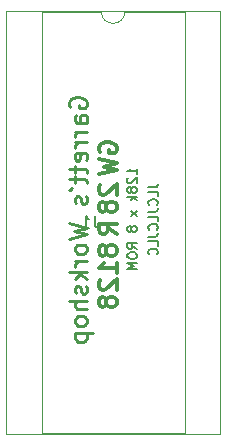
<source format=gbo>
G04 #@! TF.GenerationSoftware,KiCad,Pcbnew,(5.1.5-0-10_14)*
G04 #@! TF.CreationDate,2020-12-14T09:21:21-05:00*
G04 #@! TF.ProjectId,GW28R8128,47573238-5238-4313-9238-2e6b69636164,rev?*
G04 #@! TF.SameCoordinates,Original*
G04 #@! TF.FileFunction,Legend,Bot*
G04 #@! TF.FilePolarity,Positive*
%FSLAX46Y46*%
G04 Gerber Fmt 4.6, Leading zero omitted, Abs format (unit mm)*
G04 Created by KiCad (PCBNEW (5.1.5-0-10_14)) date 2020-12-14 09:21:21*
%MOMM*%
%LPD*%
G04 APERTURE LIST*
%ADD10C,0.203200*%
%ADD11C,0.300000*%
%ADD12C,0.225000*%
%ADD13C,0.120000*%
%ADD14C,0.150000*%
%ADD15C,0.100000*%
G04 APERTURE END LIST*
D10*
X51243895Y-33866666D02*
X51824466Y-33866666D01*
X51940580Y-33827961D01*
X52017990Y-33750552D01*
X52056695Y-33634438D01*
X52056695Y-33557028D01*
X52056695Y-34640761D02*
X52056695Y-34253714D01*
X51243895Y-34253714D01*
X51979285Y-35376152D02*
X52017990Y-35337447D01*
X52056695Y-35221333D01*
X52056695Y-35143923D01*
X52017990Y-35027809D01*
X51940580Y-34950400D01*
X51863171Y-34911695D01*
X51708352Y-34872990D01*
X51592238Y-34872990D01*
X51437419Y-34911695D01*
X51360009Y-34950400D01*
X51282600Y-35027809D01*
X51243895Y-35143923D01*
X51243895Y-35221333D01*
X51282600Y-35337447D01*
X51321304Y-35376152D01*
X51243895Y-35956723D02*
X51824466Y-35956723D01*
X51940580Y-35918019D01*
X52017990Y-35840609D01*
X52056695Y-35724495D01*
X52056695Y-35647085D01*
X52056695Y-36730819D02*
X52056695Y-36343771D01*
X51243895Y-36343771D01*
X51979285Y-37466209D02*
X52017990Y-37427504D01*
X52056695Y-37311390D01*
X52056695Y-37233980D01*
X52017990Y-37117866D01*
X51940580Y-37040457D01*
X51863171Y-37001752D01*
X51708352Y-36963047D01*
X51592238Y-36963047D01*
X51437419Y-37001752D01*
X51360009Y-37040457D01*
X51282600Y-37117866D01*
X51243895Y-37233980D01*
X51243895Y-37311390D01*
X51282600Y-37427504D01*
X51321304Y-37466209D01*
X51243895Y-38046780D02*
X51824466Y-38046780D01*
X51940580Y-38008076D01*
X52017990Y-37930666D01*
X52056695Y-37814552D01*
X52056695Y-37737142D01*
X52056695Y-38820876D02*
X52056695Y-38433828D01*
X51243895Y-38433828D01*
X51979285Y-39556266D02*
X52017990Y-39517561D01*
X52056695Y-39401447D01*
X52056695Y-39324038D01*
X52017990Y-39207923D01*
X51940580Y-39130514D01*
X51863171Y-39091809D01*
X51708352Y-39053104D01*
X51592238Y-39053104D01*
X51437419Y-39091809D01*
X51360009Y-39130514D01*
X51282600Y-39207923D01*
X51243895Y-39324038D01*
X51243895Y-39401447D01*
X51282600Y-39517561D01*
X51321304Y-39556266D01*
X50278695Y-32763580D02*
X50278695Y-32299123D01*
X50278695Y-32531352D02*
X49465895Y-32531352D01*
X49582009Y-32453942D01*
X49659419Y-32376533D01*
X49698123Y-32299123D01*
X49543304Y-33073219D02*
X49504600Y-33111923D01*
X49465895Y-33189333D01*
X49465895Y-33382857D01*
X49504600Y-33460266D01*
X49543304Y-33498971D01*
X49620714Y-33537676D01*
X49698123Y-33537676D01*
X49814238Y-33498971D01*
X50278695Y-33034514D01*
X50278695Y-33537676D01*
X49814238Y-34002133D02*
X49775533Y-33924723D01*
X49736828Y-33886019D01*
X49659419Y-33847314D01*
X49620714Y-33847314D01*
X49543304Y-33886019D01*
X49504600Y-33924723D01*
X49465895Y-34002133D01*
X49465895Y-34156952D01*
X49504600Y-34234361D01*
X49543304Y-34273066D01*
X49620714Y-34311771D01*
X49659419Y-34311771D01*
X49736828Y-34273066D01*
X49775533Y-34234361D01*
X49814238Y-34156952D01*
X49814238Y-34002133D01*
X49852942Y-33924723D01*
X49891647Y-33886019D01*
X49969057Y-33847314D01*
X50123876Y-33847314D01*
X50201285Y-33886019D01*
X50239990Y-33924723D01*
X50278695Y-34002133D01*
X50278695Y-34156952D01*
X50239990Y-34234361D01*
X50201285Y-34273066D01*
X50123876Y-34311771D01*
X49969057Y-34311771D01*
X49891647Y-34273066D01*
X49852942Y-34234361D01*
X49814238Y-34156952D01*
X50278695Y-34660114D02*
X49465895Y-34660114D01*
X49969057Y-34737523D02*
X50278695Y-34969752D01*
X49736828Y-34969752D02*
X50046466Y-34660114D01*
X50278695Y-35859961D02*
X49736828Y-36285714D01*
X49736828Y-35859961D02*
X50278695Y-36285714D01*
X49814238Y-37330742D02*
X49775533Y-37253333D01*
X49736828Y-37214628D01*
X49659419Y-37175923D01*
X49620714Y-37175923D01*
X49543304Y-37214628D01*
X49504600Y-37253333D01*
X49465895Y-37330742D01*
X49465895Y-37485561D01*
X49504600Y-37562971D01*
X49543304Y-37601676D01*
X49620714Y-37640380D01*
X49659419Y-37640380D01*
X49736828Y-37601676D01*
X49775533Y-37562971D01*
X49814238Y-37485561D01*
X49814238Y-37330742D01*
X49852942Y-37253333D01*
X49891647Y-37214628D01*
X49969057Y-37175923D01*
X50123876Y-37175923D01*
X50201285Y-37214628D01*
X50239990Y-37253333D01*
X50278695Y-37330742D01*
X50278695Y-37485561D01*
X50239990Y-37562971D01*
X50201285Y-37601676D01*
X50123876Y-37640380D01*
X49969057Y-37640380D01*
X49891647Y-37601676D01*
X49852942Y-37562971D01*
X49814238Y-37485561D01*
X50278695Y-39072457D02*
X49891647Y-38801523D01*
X50278695Y-38608000D02*
X49465895Y-38608000D01*
X49465895Y-38917638D01*
X49504600Y-38995047D01*
X49543304Y-39033752D01*
X49620714Y-39072457D01*
X49736828Y-39072457D01*
X49814238Y-39033752D01*
X49852942Y-38995047D01*
X49891647Y-38917638D01*
X49891647Y-38608000D01*
X49465895Y-39575619D02*
X49465895Y-39730438D01*
X49504600Y-39807847D01*
X49582009Y-39885257D01*
X49736828Y-39923961D01*
X50007761Y-39923961D01*
X50162580Y-39885257D01*
X50239990Y-39807847D01*
X50278695Y-39730438D01*
X50278695Y-39575619D01*
X50239990Y-39498209D01*
X50162580Y-39420800D01*
X50007761Y-39382095D01*
X49736828Y-39382095D01*
X49582009Y-39420800D01*
X49504600Y-39498209D01*
X49465895Y-39575619D01*
X50278695Y-40272304D02*
X49465895Y-40272304D01*
X50046466Y-40543238D01*
X49465895Y-40814171D01*
X50278695Y-40814171D01*
D11*
X47697571Y-39079714D02*
X47625000Y-38934571D01*
X47552428Y-38862000D01*
X47407285Y-38789428D01*
X47334714Y-38789428D01*
X47189571Y-38862000D01*
X47117000Y-38934571D01*
X47044428Y-39079714D01*
X47044428Y-39370000D01*
X47117000Y-39515142D01*
X47189571Y-39587714D01*
X47334714Y-39660285D01*
X47407285Y-39660285D01*
X47552428Y-39587714D01*
X47625000Y-39515142D01*
X47697571Y-39370000D01*
X47697571Y-39079714D01*
X47770142Y-38934571D01*
X47842714Y-38862000D01*
X47987857Y-38789428D01*
X48278142Y-38789428D01*
X48423285Y-38862000D01*
X48495857Y-38934571D01*
X48568428Y-39079714D01*
X48568428Y-39370000D01*
X48495857Y-39515142D01*
X48423285Y-39587714D01*
X48278142Y-39660285D01*
X47987857Y-39660285D01*
X47842714Y-39587714D01*
X47770142Y-39515142D01*
X47697571Y-39370000D01*
X48568428Y-41111714D02*
X48568428Y-40240857D01*
X48568428Y-40676285D02*
X47044428Y-40676285D01*
X47262142Y-40531142D01*
X47407285Y-40386000D01*
X47479857Y-40240857D01*
X47189571Y-41692285D02*
X47117000Y-41764857D01*
X47044428Y-41910000D01*
X47044428Y-42272857D01*
X47117000Y-42418000D01*
X47189571Y-42490571D01*
X47334714Y-42563142D01*
X47479857Y-42563142D01*
X47697571Y-42490571D01*
X48568428Y-41619714D01*
X48568428Y-42563142D01*
X47697571Y-43434000D02*
X47625000Y-43288857D01*
X47552428Y-43216285D01*
X47407285Y-43143714D01*
X47334714Y-43143714D01*
X47189571Y-43216285D01*
X47117000Y-43288857D01*
X47044428Y-43434000D01*
X47044428Y-43724285D01*
X47117000Y-43869428D01*
X47189571Y-43942000D01*
X47334714Y-44014571D01*
X47407285Y-44014571D01*
X47552428Y-43942000D01*
X47625000Y-43869428D01*
X47697571Y-43724285D01*
X47697571Y-43434000D01*
X47770142Y-43288857D01*
X47842714Y-43216285D01*
X47987857Y-43143714D01*
X48278142Y-43143714D01*
X48423285Y-43216285D01*
X48495857Y-43288857D01*
X48568428Y-43434000D01*
X48568428Y-43724285D01*
X48495857Y-43869428D01*
X48423285Y-43942000D01*
X48278142Y-44014571D01*
X47987857Y-44014571D01*
X47842714Y-43942000D01*
X47770142Y-43869428D01*
X47697571Y-43724285D01*
X48568428Y-37809714D02*
X47842714Y-37301714D01*
X48568428Y-36938857D02*
X47044428Y-36938857D01*
X47044428Y-37519428D01*
X47117000Y-37664571D01*
X47189571Y-37737142D01*
X47334714Y-37809714D01*
X47552428Y-37809714D01*
X47697571Y-37737142D01*
X47770142Y-37664571D01*
X47842714Y-37519428D01*
X47842714Y-36938857D01*
X47189571Y-33636857D02*
X47117000Y-33709428D01*
X47044428Y-33854571D01*
X47044428Y-34217428D01*
X47117000Y-34362571D01*
X47189571Y-34435142D01*
X47334714Y-34507714D01*
X47479857Y-34507714D01*
X47697571Y-34435142D01*
X48568428Y-33564285D01*
X48568428Y-34507714D01*
X47697571Y-35378571D02*
X47625000Y-35233428D01*
X47552428Y-35160857D01*
X47407285Y-35088285D01*
X47334714Y-35088285D01*
X47189571Y-35160857D01*
X47117000Y-35233428D01*
X47044428Y-35378571D01*
X47044428Y-35668857D01*
X47117000Y-35814000D01*
X47189571Y-35886571D01*
X47334714Y-35959142D01*
X47407285Y-35959142D01*
X47552428Y-35886571D01*
X47625000Y-35814000D01*
X47697571Y-35668857D01*
X47697571Y-35378571D01*
X47770142Y-35233428D01*
X47842714Y-35160857D01*
X47987857Y-35088285D01*
X48278142Y-35088285D01*
X48423285Y-35160857D01*
X48495857Y-35233428D01*
X48568428Y-35378571D01*
X48568428Y-35668857D01*
X48495857Y-35814000D01*
X48423285Y-35886571D01*
X48278142Y-35959142D01*
X47987857Y-35959142D01*
X47842714Y-35886571D01*
X47770142Y-35814000D01*
X47697571Y-35668857D01*
X47117000Y-30897285D02*
X47044428Y-30752142D01*
X47044428Y-30534428D01*
X47117000Y-30316714D01*
X47262142Y-30171571D01*
X47407285Y-30099000D01*
X47697571Y-30026428D01*
X47915285Y-30026428D01*
X48205571Y-30099000D01*
X48350714Y-30171571D01*
X48495857Y-30316714D01*
X48568428Y-30534428D01*
X48568428Y-30679571D01*
X48495857Y-30897285D01*
X48423285Y-30969857D01*
X47915285Y-30969857D01*
X47915285Y-30679571D01*
X47044428Y-31477857D02*
X48568428Y-31840714D01*
X47479857Y-32131000D01*
X48568428Y-32421285D01*
X47044428Y-32784142D01*
D12*
X44589000Y-27076000D02*
X44517571Y-26933142D01*
X44517571Y-26718857D01*
X44589000Y-26504571D01*
X44731857Y-26361714D01*
X44874714Y-26290285D01*
X45160428Y-26218857D01*
X45374714Y-26218857D01*
X45660428Y-26290285D01*
X45803285Y-26361714D01*
X45946142Y-26504571D01*
X46017571Y-26718857D01*
X46017571Y-26861714D01*
X45946142Y-27076000D01*
X45874714Y-27147428D01*
X45374714Y-27147428D01*
X45374714Y-26861714D01*
X46017571Y-28433142D02*
X45231857Y-28433142D01*
X45089000Y-28361714D01*
X45017571Y-28218857D01*
X45017571Y-27933142D01*
X45089000Y-27790285D01*
X45946142Y-28433142D02*
X46017571Y-28290285D01*
X46017571Y-27933142D01*
X45946142Y-27790285D01*
X45803285Y-27718857D01*
X45660428Y-27718857D01*
X45517571Y-27790285D01*
X45446142Y-27933142D01*
X45446142Y-28290285D01*
X45374714Y-28433142D01*
X46017571Y-29147428D02*
X45017571Y-29147428D01*
X45303285Y-29147428D02*
X45160428Y-29218857D01*
X45089000Y-29290285D01*
X45017571Y-29433142D01*
X45017571Y-29576000D01*
X46017571Y-30076000D02*
X45017571Y-30076000D01*
X45303285Y-30076000D02*
X45160428Y-30147428D01*
X45089000Y-30218857D01*
X45017571Y-30361714D01*
X45017571Y-30504571D01*
X45946142Y-31576000D02*
X46017571Y-31433142D01*
X46017571Y-31147428D01*
X45946142Y-31004571D01*
X45803285Y-30933142D01*
X45231857Y-30933142D01*
X45089000Y-31004571D01*
X45017571Y-31147428D01*
X45017571Y-31433142D01*
X45089000Y-31576000D01*
X45231857Y-31647428D01*
X45374714Y-31647428D01*
X45517571Y-30933142D01*
X45017571Y-32076000D02*
X45017571Y-32647428D01*
X44517571Y-32290285D02*
X45803285Y-32290285D01*
X45946142Y-32361714D01*
X46017571Y-32504571D01*
X46017571Y-32647428D01*
X45017571Y-32933142D02*
X45017571Y-33504571D01*
X44517571Y-33147428D02*
X45803285Y-33147428D01*
X45946142Y-33218857D01*
X46017571Y-33361714D01*
X46017571Y-33504571D01*
X44517571Y-34076000D02*
X44589000Y-34076000D01*
X44731857Y-34004571D01*
X44803285Y-33933142D01*
X45946142Y-34647428D02*
X46017571Y-34790285D01*
X46017571Y-35076000D01*
X45946142Y-35218857D01*
X45803285Y-35290285D01*
X45731857Y-35290285D01*
X45589000Y-35218857D01*
X45517571Y-35076000D01*
X45517571Y-34861714D01*
X45446142Y-34718857D01*
X45303285Y-34647428D01*
X45231857Y-34647428D01*
X45089000Y-34718857D01*
X45017571Y-34861714D01*
X45017571Y-35076000D01*
X45089000Y-35218857D01*
X44517571Y-36933142D02*
X46017571Y-37290285D01*
X44946142Y-37576000D01*
X46017571Y-37861714D01*
X44517571Y-38218857D01*
X46017571Y-39004571D02*
X45946142Y-38861714D01*
X45874714Y-38790285D01*
X45731857Y-38718857D01*
X45303285Y-38718857D01*
X45160428Y-38790285D01*
X45089000Y-38861714D01*
X45017571Y-39004571D01*
X45017571Y-39218857D01*
X45089000Y-39361714D01*
X45160428Y-39433142D01*
X45303285Y-39504571D01*
X45731857Y-39504571D01*
X45874714Y-39433142D01*
X45946142Y-39361714D01*
X46017571Y-39218857D01*
X46017571Y-39004571D01*
X46017571Y-40147428D02*
X45017571Y-40147428D01*
X45303285Y-40147428D02*
X45160428Y-40218857D01*
X45089000Y-40290285D01*
X45017571Y-40433142D01*
X45017571Y-40576000D01*
X46017571Y-41076000D02*
X44517571Y-41076000D01*
X45446142Y-41218857D02*
X46017571Y-41647428D01*
X45017571Y-41647428D02*
X45589000Y-41076000D01*
X45946142Y-42218857D02*
X46017571Y-42361714D01*
X46017571Y-42647428D01*
X45946142Y-42790285D01*
X45803285Y-42861714D01*
X45731857Y-42861714D01*
X45589000Y-42790285D01*
X45517571Y-42647428D01*
X45517571Y-42433142D01*
X45446142Y-42290285D01*
X45303285Y-42218857D01*
X45231857Y-42218857D01*
X45089000Y-42290285D01*
X45017571Y-42433142D01*
X45017571Y-42647428D01*
X45089000Y-42790285D01*
X46017571Y-43504571D02*
X44517571Y-43504571D01*
X46017571Y-44147428D02*
X45231857Y-44147428D01*
X45089000Y-44076000D01*
X45017571Y-43933142D01*
X45017571Y-43718857D01*
X45089000Y-43576000D01*
X45160428Y-43504571D01*
X46017571Y-45076000D02*
X45946142Y-44933142D01*
X45874714Y-44861714D01*
X45731857Y-44790285D01*
X45303285Y-44790285D01*
X45160428Y-44861714D01*
X45089000Y-44933142D01*
X45017571Y-45076000D01*
X45017571Y-45290285D01*
X45089000Y-45433142D01*
X45160428Y-45504571D01*
X45303285Y-45576000D01*
X45731857Y-45576000D01*
X45874714Y-45504571D01*
X45946142Y-45433142D01*
X46017571Y-45290285D01*
X46017571Y-45076000D01*
X45017571Y-46218857D02*
X46517571Y-46218857D01*
X45089000Y-46218857D02*
X45017571Y-46361714D01*
X45017571Y-46647428D01*
X45089000Y-46790285D01*
X45160428Y-46861714D01*
X45303285Y-46933142D01*
X45731857Y-46933142D01*
X45874714Y-46861714D01*
X45946142Y-46790285D01*
X46017571Y-46647428D01*
X46017571Y-46361714D01*
X45946142Y-46218857D01*
D13*
X49260000Y-18990000D02*
G75*
G02X47260000Y-18990000I-1000000J0D01*
G01*
X47260000Y-18990000D02*
X42200000Y-18990000D01*
X42200000Y-18990000D02*
X42200000Y-54670000D01*
X42200000Y-54670000D02*
X54320000Y-54670000D01*
X54320000Y-54670000D02*
X54320000Y-18990000D01*
X54320000Y-18990000D02*
X49260000Y-18990000D01*
X39200000Y-18930000D02*
X39200000Y-54730000D01*
X39200000Y-54730000D02*
X57320000Y-54730000D01*
X57320000Y-54730000D02*
X57320000Y-18930000D01*
X57320000Y-18930000D02*
X39200000Y-18930000D01*
D14*
X46688333Y-36282380D02*
X46688333Y-36996666D01*
X46735952Y-37139523D01*
X46831190Y-37234761D01*
X46974047Y-37282380D01*
X47069285Y-37282380D01*
X45688333Y-37282380D02*
X46259761Y-37282380D01*
X45974047Y-37282380D02*
X45974047Y-36282380D01*
X46069285Y-36425238D01*
X46164523Y-36520476D01*
X46259761Y-36568095D01*
%LPC*%
D15*
G36*
X41118270Y-19107259D02*
G01*
X41188001Y-19117603D01*
X41256383Y-19134731D01*
X41322757Y-19158480D01*
X41386483Y-19188621D01*
X41446948Y-19224862D01*
X41503570Y-19266856D01*
X41555803Y-19314197D01*
X41603144Y-19366430D01*
X41645138Y-19423052D01*
X41681379Y-19483517D01*
X41711520Y-19547243D01*
X41735269Y-19613617D01*
X41752397Y-19681999D01*
X41762741Y-19751730D01*
X41766200Y-19822140D01*
X41766200Y-20817860D01*
X41762741Y-20888270D01*
X41752397Y-20958001D01*
X41735269Y-21026383D01*
X41711520Y-21092757D01*
X41681379Y-21156483D01*
X41645138Y-21216948D01*
X41603144Y-21273570D01*
X41555803Y-21325803D01*
X41503570Y-21373144D01*
X41446948Y-21415138D01*
X41386483Y-21451379D01*
X41322757Y-21481520D01*
X41256383Y-21505269D01*
X41188001Y-21522397D01*
X41118270Y-21532741D01*
X41047860Y-21536200D01*
X40432140Y-21536200D01*
X40361730Y-21532741D01*
X40291999Y-21522397D01*
X40223617Y-21505269D01*
X40157243Y-21481520D01*
X40093517Y-21451379D01*
X40033052Y-21415138D01*
X39976430Y-21373144D01*
X39924197Y-21325803D01*
X39876856Y-21273570D01*
X39834862Y-21216948D01*
X39798621Y-21156483D01*
X39768480Y-21092757D01*
X39744731Y-21026383D01*
X39727603Y-20958001D01*
X39717259Y-20888270D01*
X39713800Y-20817860D01*
X39713800Y-19822140D01*
X39717259Y-19751730D01*
X39727603Y-19681999D01*
X39744731Y-19613617D01*
X39768480Y-19547243D01*
X39798621Y-19483517D01*
X39834862Y-19423052D01*
X39876856Y-19366430D01*
X39924197Y-19314197D01*
X39976430Y-19266856D01*
X40033052Y-19224862D01*
X40093517Y-19188621D01*
X40157243Y-19158480D01*
X40223617Y-19134731D01*
X40291999Y-19117603D01*
X40361730Y-19107259D01*
X40432140Y-19103800D01*
X41047860Y-19103800D01*
X41118270Y-19107259D01*
G37*
G36*
X56158270Y-52127259D02*
G01*
X56228001Y-52137603D01*
X56296383Y-52154731D01*
X56362757Y-52178480D01*
X56426483Y-52208621D01*
X56486948Y-52244862D01*
X56543570Y-52286856D01*
X56595803Y-52334197D01*
X56643144Y-52386430D01*
X56685138Y-52443052D01*
X56721379Y-52503517D01*
X56751520Y-52567243D01*
X56775269Y-52633617D01*
X56792397Y-52701999D01*
X56802741Y-52771730D01*
X56806200Y-52842140D01*
X56806200Y-53837860D01*
X56802741Y-53908270D01*
X56792397Y-53978001D01*
X56775269Y-54046383D01*
X56751520Y-54112757D01*
X56721379Y-54176483D01*
X56685138Y-54236948D01*
X56643144Y-54293570D01*
X56595803Y-54345803D01*
X56543570Y-54393144D01*
X56486948Y-54435138D01*
X56426483Y-54471379D01*
X56362757Y-54501520D01*
X56296383Y-54525269D01*
X56228001Y-54542397D01*
X56158270Y-54552741D01*
X56087860Y-54556200D01*
X55472140Y-54556200D01*
X55401730Y-54552741D01*
X55331999Y-54542397D01*
X55263617Y-54525269D01*
X55197243Y-54501520D01*
X55133517Y-54471379D01*
X55073052Y-54435138D01*
X55016430Y-54393144D01*
X54964197Y-54345803D01*
X54916856Y-54293570D01*
X54874862Y-54236948D01*
X54838621Y-54176483D01*
X54808480Y-54112757D01*
X54784731Y-54046383D01*
X54767603Y-53978001D01*
X54757259Y-53908270D01*
X54753800Y-53837860D01*
X54753800Y-52842140D01*
X54757259Y-52771730D01*
X54767603Y-52701999D01*
X54784731Y-52633617D01*
X54808480Y-52567243D01*
X54838621Y-52503517D01*
X54874862Y-52443052D01*
X54916856Y-52386430D01*
X54964197Y-52334197D01*
X55016430Y-52286856D01*
X55073052Y-52244862D01*
X55133517Y-52208621D01*
X55197243Y-52178480D01*
X55263617Y-52154731D01*
X55331999Y-52137603D01*
X55401730Y-52127259D01*
X55472140Y-52123800D01*
X56087860Y-52123800D01*
X56158270Y-52127259D01*
G37*
G36*
X40981408Y-21646922D02*
G01*
X41044345Y-21656258D01*
X41106063Y-21671717D01*
X41165969Y-21693152D01*
X41223485Y-21720355D01*
X41278058Y-21753065D01*
X41329163Y-21790966D01*
X41376306Y-21833694D01*
X41419034Y-21880837D01*
X41456935Y-21931942D01*
X41489645Y-21986515D01*
X41516848Y-22044031D01*
X41538283Y-22103937D01*
X41553742Y-22165655D01*
X41563078Y-22228592D01*
X41566200Y-22292140D01*
X41566200Y-23427860D01*
X41563078Y-23491408D01*
X41553742Y-23554345D01*
X41538283Y-23616063D01*
X41516848Y-23675969D01*
X41489645Y-23733485D01*
X41456935Y-23788058D01*
X41419034Y-23839163D01*
X41376306Y-23886306D01*
X41329163Y-23929034D01*
X41278058Y-23966935D01*
X41223485Y-23999645D01*
X41165969Y-24026848D01*
X41106063Y-24048283D01*
X41044345Y-24063742D01*
X40981408Y-24073078D01*
X40917860Y-24076200D01*
X40362140Y-24076200D01*
X40298592Y-24073078D01*
X40235655Y-24063742D01*
X40173937Y-24048283D01*
X40114031Y-24026848D01*
X40056515Y-23999645D01*
X40001942Y-23966935D01*
X39950837Y-23929034D01*
X39903694Y-23886306D01*
X39860966Y-23839163D01*
X39823065Y-23788058D01*
X39790355Y-23733485D01*
X39763152Y-23675969D01*
X39741717Y-23616063D01*
X39726258Y-23554345D01*
X39716922Y-23491408D01*
X39713800Y-23427860D01*
X39713800Y-22292140D01*
X39716922Y-22228592D01*
X39726258Y-22165655D01*
X39741717Y-22103937D01*
X39763152Y-22044031D01*
X39790355Y-21986515D01*
X39823065Y-21931942D01*
X39860966Y-21880837D01*
X39903694Y-21833694D01*
X39950837Y-21790966D01*
X40001942Y-21753065D01*
X40056515Y-21720355D01*
X40114031Y-21693152D01*
X40173937Y-21671717D01*
X40235655Y-21656258D01*
X40298592Y-21646922D01*
X40362140Y-21643800D01*
X40917860Y-21643800D01*
X40981408Y-21646922D01*
G37*
G36*
X56221408Y-49586922D02*
G01*
X56284345Y-49596258D01*
X56346063Y-49611717D01*
X56405969Y-49633152D01*
X56463485Y-49660355D01*
X56518058Y-49693065D01*
X56569163Y-49730966D01*
X56616306Y-49773694D01*
X56659034Y-49820837D01*
X56696935Y-49871942D01*
X56729645Y-49926515D01*
X56756848Y-49984031D01*
X56778283Y-50043937D01*
X56793742Y-50105655D01*
X56803078Y-50168592D01*
X56806200Y-50232140D01*
X56806200Y-51367860D01*
X56803078Y-51431408D01*
X56793742Y-51494345D01*
X56778283Y-51556063D01*
X56756848Y-51615969D01*
X56729645Y-51673485D01*
X56696935Y-51728058D01*
X56659034Y-51779163D01*
X56616306Y-51826306D01*
X56569163Y-51869034D01*
X56518058Y-51906935D01*
X56463485Y-51939645D01*
X56405969Y-51966848D01*
X56346063Y-51988283D01*
X56284345Y-52003742D01*
X56221408Y-52013078D01*
X56157860Y-52016200D01*
X55602140Y-52016200D01*
X55538592Y-52013078D01*
X55475655Y-52003742D01*
X55413937Y-51988283D01*
X55354031Y-51966848D01*
X55296515Y-51939645D01*
X55241942Y-51906935D01*
X55190837Y-51869034D01*
X55143694Y-51826306D01*
X55100966Y-51779163D01*
X55063065Y-51728058D01*
X55030355Y-51673485D01*
X55003152Y-51615969D01*
X54981717Y-51556063D01*
X54966258Y-51494345D01*
X54956922Y-51431408D01*
X54953800Y-51367860D01*
X54953800Y-50232140D01*
X54956922Y-50168592D01*
X54966258Y-50105655D01*
X54981717Y-50043937D01*
X55003152Y-49984031D01*
X55030355Y-49926515D01*
X55063065Y-49871942D01*
X55100966Y-49820837D01*
X55143694Y-49773694D01*
X55190837Y-49730966D01*
X55241942Y-49693065D01*
X55296515Y-49660355D01*
X55354031Y-49633152D01*
X55413937Y-49611717D01*
X55475655Y-49596258D01*
X55538592Y-49586922D01*
X55602140Y-49583800D01*
X56157860Y-49583800D01*
X56221408Y-49586922D01*
G37*
G36*
X40981408Y-24186922D02*
G01*
X41044345Y-24196258D01*
X41106063Y-24211717D01*
X41165969Y-24233152D01*
X41223485Y-24260355D01*
X41278058Y-24293065D01*
X41329163Y-24330966D01*
X41376306Y-24373694D01*
X41419034Y-24420837D01*
X41456935Y-24471942D01*
X41489645Y-24526515D01*
X41516848Y-24584031D01*
X41538283Y-24643937D01*
X41553742Y-24705655D01*
X41563078Y-24768592D01*
X41566200Y-24832140D01*
X41566200Y-25967860D01*
X41563078Y-26031408D01*
X41553742Y-26094345D01*
X41538283Y-26156063D01*
X41516848Y-26215969D01*
X41489645Y-26273485D01*
X41456935Y-26328058D01*
X41419034Y-26379163D01*
X41376306Y-26426306D01*
X41329163Y-26469034D01*
X41278058Y-26506935D01*
X41223485Y-26539645D01*
X41165969Y-26566848D01*
X41106063Y-26588283D01*
X41044345Y-26603742D01*
X40981408Y-26613078D01*
X40917860Y-26616200D01*
X40362140Y-26616200D01*
X40298592Y-26613078D01*
X40235655Y-26603742D01*
X40173937Y-26588283D01*
X40114031Y-26566848D01*
X40056515Y-26539645D01*
X40001942Y-26506935D01*
X39950837Y-26469034D01*
X39903694Y-26426306D01*
X39860966Y-26379163D01*
X39823065Y-26328058D01*
X39790355Y-26273485D01*
X39763152Y-26215969D01*
X39741717Y-26156063D01*
X39726258Y-26094345D01*
X39716922Y-26031408D01*
X39713800Y-25967860D01*
X39713800Y-24832140D01*
X39716922Y-24768592D01*
X39726258Y-24705655D01*
X39741717Y-24643937D01*
X39763152Y-24584031D01*
X39790355Y-24526515D01*
X39823065Y-24471942D01*
X39860966Y-24420837D01*
X39903694Y-24373694D01*
X39950837Y-24330966D01*
X40001942Y-24293065D01*
X40056515Y-24260355D01*
X40114031Y-24233152D01*
X40173937Y-24211717D01*
X40235655Y-24196258D01*
X40298592Y-24186922D01*
X40362140Y-24183800D01*
X40917860Y-24183800D01*
X40981408Y-24186922D01*
G37*
G36*
X56221408Y-47046922D02*
G01*
X56284345Y-47056258D01*
X56346063Y-47071717D01*
X56405969Y-47093152D01*
X56463485Y-47120355D01*
X56518058Y-47153065D01*
X56569163Y-47190966D01*
X56616306Y-47233694D01*
X56659034Y-47280837D01*
X56696935Y-47331942D01*
X56729645Y-47386515D01*
X56756848Y-47444031D01*
X56778283Y-47503937D01*
X56793742Y-47565655D01*
X56803078Y-47628592D01*
X56806200Y-47692140D01*
X56806200Y-48827860D01*
X56803078Y-48891408D01*
X56793742Y-48954345D01*
X56778283Y-49016063D01*
X56756848Y-49075969D01*
X56729645Y-49133485D01*
X56696935Y-49188058D01*
X56659034Y-49239163D01*
X56616306Y-49286306D01*
X56569163Y-49329034D01*
X56518058Y-49366935D01*
X56463485Y-49399645D01*
X56405969Y-49426848D01*
X56346063Y-49448283D01*
X56284345Y-49463742D01*
X56221408Y-49473078D01*
X56157860Y-49476200D01*
X55602140Y-49476200D01*
X55538592Y-49473078D01*
X55475655Y-49463742D01*
X55413937Y-49448283D01*
X55354031Y-49426848D01*
X55296515Y-49399645D01*
X55241942Y-49366935D01*
X55190837Y-49329034D01*
X55143694Y-49286306D01*
X55100966Y-49239163D01*
X55063065Y-49188058D01*
X55030355Y-49133485D01*
X55003152Y-49075969D01*
X54981717Y-49016063D01*
X54966258Y-48954345D01*
X54956922Y-48891408D01*
X54953800Y-48827860D01*
X54953800Y-47692140D01*
X54956922Y-47628592D01*
X54966258Y-47565655D01*
X54981717Y-47503937D01*
X55003152Y-47444031D01*
X55030355Y-47386515D01*
X55063065Y-47331942D01*
X55100966Y-47280837D01*
X55143694Y-47233694D01*
X55190837Y-47190966D01*
X55241942Y-47153065D01*
X55296515Y-47120355D01*
X55354031Y-47093152D01*
X55413937Y-47071717D01*
X55475655Y-47056258D01*
X55538592Y-47046922D01*
X55602140Y-47043800D01*
X56157860Y-47043800D01*
X56221408Y-47046922D01*
G37*
G36*
X40981408Y-26726922D02*
G01*
X41044345Y-26736258D01*
X41106063Y-26751717D01*
X41165969Y-26773152D01*
X41223485Y-26800355D01*
X41278058Y-26833065D01*
X41329163Y-26870966D01*
X41376306Y-26913694D01*
X41419034Y-26960837D01*
X41456935Y-27011942D01*
X41489645Y-27066515D01*
X41516848Y-27124031D01*
X41538283Y-27183937D01*
X41553742Y-27245655D01*
X41563078Y-27308592D01*
X41566200Y-27372140D01*
X41566200Y-28507860D01*
X41563078Y-28571408D01*
X41553742Y-28634345D01*
X41538283Y-28696063D01*
X41516848Y-28755969D01*
X41489645Y-28813485D01*
X41456935Y-28868058D01*
X41419034Y-28919163D01*
X41376306Y-28966306D01*
X41329163Y-29009034D01*
X41278058Y-29046935D01*
X41223485Y-29079645D01*
X41165969Y-29106848D01*
X41106063Y-29128283D01*
X41044345Y-29143742D01*
X40981408Y-29153078D01*
X40917860Y-29156200D01*
X40362140Y-29156200D01*
X40298592Y-29153078D01*
X40235655Y-29143742D01*
X40173937Y-29128283D01*
X40114031Y-29106848D01*
X40056515Y-29079645D01*
X40001942Y-29046935D01*
X39950837Y-29009034D01*
X39903694Y-28966306D01*
X39860966Y-28919163D01*
X39823065Y-28868058D01*
X39790355Y-28813485D01*
X39763152Y-28755969D01*
X39741717Y-28696063D01*
X39726258Y-28634345D01*
X39716922Y-28571408D01*
X39713800Y-28507860D01*
X39713800Y-27372140D01*
X39716922Y-27308592D01*
X39726258Y-27245655D01*
X39741717Y-27183937D01*
X39763152Y-27124031D01*
X39790355Y-27066515D01*
X39823065Y-27011942D01*
X39860966Y-26960837D01*
X39903694Y-26913694D01*
X39950837Y-26870966D01*
X40001942Y-26833065D01*
X40056515Y-26800355D01*
X40114031Y-26773152D01*
X40173937Y-26751717D01*
X40235655Y-26736258D01*
X40298592Y-26726922D01*
X40362140Y-26723800D01*
X40917860Y-26723800D01*
X40981408Y-26726922D01*
G37*
G36*
X56221408Y-44506922D02*
G01*
X56284345Y-44516258D01*
X56346063Y-44531717D01*
X56405969Y-44553152D01*
X56463485Y-44580355D01*
X56518058Y-44613065D01*
X56569163Y-44650966D01*
X56616306Y-44693694D01*
X56659034Y-44740837D01*
X56696935Y-44791942D01*
X56729645Y-44846515D01*
X56756848Y-44904031D01*
X56778283Y-44963937D01*
X56793742Y-45025655D01*
X56803078Y-45088592D01*
X56806200Y-45152140D01*
X56806200Y-46287860D01*
X56803078Y-46351408D01*
X56793742Y-46414345D01*
X56778283Y-46476063D01*
X56756848Y-46535969D01*
X56729645Y-46593485D01*
X56696935Y-46648058D01*
X56659034Y-46699163D01*
X56616306Y-46746306D01*
X56569163Y-46789034D01*
X56518058Y-46826935D01*
X56463485Y-46859645D01*
X56405969Y-46886848D01*
X56346063Y-46908283D01*
X56284345Y-46923742D01*
X56221408Y-46933078D01*
X56157860Y-46936200D01*
X55602140Y-46936200D01*
X55538592Y-46933078D01*
X55475655Y-46923742D01*
X55413937Y-46908283D01*
X55354031Y-46886848D01*
X55296515Y-46859645D01*
X55241942Y-46826935D01*
X55190837Y-46789034D01*
X55143694Y-46746306D01*
X55100966Y-46699163D01*
X55063065Y-46648058D01*
X55030355Y-46593485D01*
X55003152Y-46535969D01*
X54981717Y-46476063D01*
X54966258Y-46414345D01*
X54956922Y-46351408D01*
X54953800Y-46287860D01*
X54953800Y-45152140D01*
X54956922Y-45088592D01*
X54966258Y-45025655D01*
X54981717Y-44963937D01*
X55003152Y-44904031D01*
X55030355Y-44846515D01*
X55063065Y-44791942D01*
X55100966Y-44740837D01*
X55143694Y-44693694D01*
X55190837Y-44650966D01*
X55241942Y-44613065D01*
X55296515Y-44580355D01*
X55354031Y-44553152D01*
X55413937Y-44531717D01*
X55475655Y-44516258D01*
X55538592Y-44506922D01*
X55602140Y-44503800D01*
X56157860Y-44503800D01*
X56221408Y-44506922D01*
G37*
G36*
X40981408Y-29266922D02*
G01*
X41044345Y-29276258D01*
X41106063Y-29291717D01*
X41165969Y-29313152D01*
X41223485Y-29340355D01*
X41278058Y-29373065D01*
X41329163Y-29410966D01*
X41376306Y-29453694D01*
X41419034Y-29500837D01*
X41456935Y-29551942D01*
X41489645Y-29606515D01*
X41516848Y-29664031D01*
X41538283Y-29723937D01*
X41553742Y-29785655D01*
X41563078Y-29848592D01*
X41566200Y-29912140D01*
X41566200Y-31047860D01*
X41563078Y-31111408D01*
X41553742Y-31174345D01*
X41538283Y-31236063D01*
X41516848Y-31295969D01*
X41489645Y-31353485D01*
X41456935Y-31408058D01*
X41419034Y-31459163D01*
X41376306Y-31506306D01*
X41329163Y-31549034D01*
X41278058Y-31586935D01*
X41223485Y-31619645D01*
X41165969Y-31646848D01*
X41106063Y-31668283D01*
X41044345Y-31683742D01*
X40981408Y-31693078D01*
X40917860Y-31696200D01*
X40362140Y-31696200D01*
X40298592Y-31693078D01*
X40235655Y-31683742D01*
X40173937Y-31668283D01*
X40114031Y-31646848D01*
X40056515Y-31619645D01*
X40001942Y-31586935D01*
X39950837Y-31549034D01*
X39903694Y-31506306D01*
X39860966Y-31459163D01*
X39823065Y-31408058D01*
X39790355Y-31353485D01*
X39763152Y-31295969D01*
X39741717Y-31236063D01*
X39726258Y-31174345D01*
X39716922Y-31111408D01*
X39713800Y-31047860D01*
X39713800Y-29912140D01*
X39716922Y-29848592D01*
X39726258Y-29785655D01*
X39741717Y-29723937D01*
X39763152Y-29664031D01*
X39790355Y-29606515D01*
X39823065Y-29551942D01*
X39860966Y-29500837D01*
X39903694Y-29453694D01*
X39950837Y-29410966D01*
X40001942Y-29373065D01*
X40056515Y-29340355D01*
X40114031Y-29313152D01*
X40173937Y-29291717D01*
X40235655Y-29276258D01*
X40298592Y-29266922D01*
X40362140Y-29263800D01*
X40917860Y-29263800D01*
X40981408Y-29266922D01*
G37*
G36*
X56221408Y-41966922D02*
G01*
X56284345Y-41976258D01*
X56346063Y-41991717D01*
X56405969Y-42013152D01*
X56463485Y-42040355D01*
X56518058Y-42073065D01*
X56569163Y-42110966D01*
X56616306Y-42153694D01*
X56659034Y-42200837D01*
X56696935Y-42251942D01*
X56729645Y-42306515D01*
X56756848Y-42364031D01*
X56778283Y-42423937D01*
X56793742Y-42485655D01*
X56803078Y-42548592D01*
X56806200Y-42612140D01*
X56806200Y-43747860D01*
X56803078Y-43811408D01*
X56793742Y-43874345D01*
X56778283Y-43936063D01*
X56756848Y-43995969D01*
X56729645Y-44053485D01*
X56696935Y-44108058D01*
X56659034Y-44159163D01*
X56616306Y-44206306D01*
X56569163Y-44249034D01*
X56518058Y-44286935D01*
X56463485Y-44319645D01*
X56405969Y-44346848D01*
X56346063Y-44368283D01*
X56284345Y-44383742D01*
X56221408Y-44393078D01*
X56157860Y-44396200D01*
X55602140Y-44396200D01*
X55538592Y-44393078D01*
X55475655Y-44383742D01*
X55413937Y-44368283D01*
X55354031Y-44346848D01*
X55296515Y-44319645D01*
X55241942Y-44286935D01*
X55190837Y-44249034D01*
X55143694Y-44206306D01*
X55100966Y-44159163D01*
X55063065Y-44108058D01*
X55030355Y-44053485D01*
X55003152Y-43995969D01*
X54981717Y-43936063D01*
X54966258Y-43874345D01*
X54956922Y-43811408D01*
X54953800Y-43747860D01*
X54953800Y-42612140D01*
X54956922Y-42548592D01*
X54966258Y-42485655D01*
X54981717Y-42423937D01*
X55003152Y-42364031D01*
X55030355Y-42306515D01*
X55063065Y-42251942D01*
X55100966Y-42200837D01*
X55143694Y-42153694D01*
X55190837Y-42110966D01*
X55241942Y-42073065D01*
X55296515Y-42040355D01*
X55354031Y-42013152D01*
X55413937Y-41991717D01*
X55475655Y-41976258D01*
X55538592Y-41966922D01*
X55602140Y-41963800D01*
X56157860Y-41963800D01*
X56221408Y-41966922D01*
G37*
G36*
X40981408Y-31806922D02*
G01*
X41044345Y-31816258D01*
X41106063Y-31831717D01*
X41165969Y-31853152D01*
X41223485Y-31880355D01*
X41278058Y-31913065D01*
X41329163Y-31950966D01*
X41376306Y-31993694D01*
X41419034Y-32040837D01*
X41456935Y-32091942D01*
X41489645Y-32146515D01*
X41516848Y-32204031D01*
X41538283Y-32263937D01*
X41553742Y-32325655D01*
X41563078Y-32388592D01*
X41566200Y-32452140D01*
X41566200Y-33587860D01*
X41563078Y-33651408D01*
X41553742Y-33714345D01*
X41538283Y-33776063D01*
X41516848Y-33835969D01*
X41489645Y-33893485D01*
X41456935Y-33948058D01*
X41419034Y-33999163D01*
X41376306Y-34046306D01*
X41329163Y-34089034D01*
X41278058Y-34126935D01*
X41223485Y-34159645D01*
X41165969Y-34186848D01*
X41106063Y-34208283D01*
X41044345Y-34223742D01*
X40981408Y-34233078D01*
X40917860Y-34236200D01*
X40362140Y-34236200D01*
X40298592Y-34233078D01*
X40235655Y-34223742D01*
X40173937Y-34208283D01*
X40114031Y-34186848D01*
X40056515Y-34159645D01*
X40001942Y-34126935D01*
X39950837Y-34089034D01*
X39903694Y-34046306D01*
X39860966Y-33999163D01*
X39823065Y-33948058D01*
X39790355Y-33893485D01*
X39763152Y-33835969D01*
X39741717Y-33776063D01*
X39726258Y-33714345D01*
X39716922Y-33651408D01*
X39713800Y-33587860D01*
X39713800Y-32452140D01*
X39716922Y-32388592D01*
X39726258Y-32325655D01*
X39741717Y-32263937D01*
X39763152Y-32204031D01*
X39790355Y-32146515D01*
X39823065Y-32091942D01*
X39860966Y-32040837D01*
X39903694Y-31993694D01*
X39950837Y-31950966D01*
X40001942Y-31913065D01*
X40056515Y-31880355D01*
X40114031Y-31853152D01*
X40173937Y-31831717D01*
X40235655Y-31816258D01*
X40298592Y-31806922D01*
X40362140Y-31803800D01*
X40917860Y-31803800D01*
X40981408Y-31806922D01*
G37*
G36*
X56221408Y-39426922D02*
G01*
X56284345Y-39436258D01*
X56346063Y-39451717D01*
X56405969Y-39473152D01*
X56463485Y-39500355D01*
X56518058Y-39533065D01*
X56569163Y-39570966D01*
X56616306Y-39613694D01*
X56659034Y-39660837D01*
X56696935Y-39711942D01*
X56729645Y-39766515D01*
X56756848Y-39824031D01*
X56778283Y-39883937D01*
X56793742Y-39945655D01*
X56803078Y-40008592D01*
X56806200Y-40072140D01*
X56806200Y-41207860D01*
X56803078Y-41271408D01*
X56793742Y-41334345D01*
X56778283Y-41396063D01*
X56756848Y-41455969D01*
X56729645Y-41513485D01*
X56696935Y-41568058D01*
X56659034Y-41619163D01*
X56616306Y-41666306D01*
X56569163Y-41709034D01*
X56518058Y-41746935D01*
X56463485Y-41779645D01*
X56405969Y-41806848D01*
X56346063Y-41828283D01*
X56284345Y-41843742D01*
X56221408Y-41853078D01*
X56157860Y-41856200D01*
X55602140Y-41856200D01*
X55538592Y-41853078D01*
X55475655Y-41843742D01*
X55413937Y-41828283D01*
X55354031Y-41806848D01*
X55296515Y-41779645D01*
X55241942Y-41746935D01*
X55190837Y-41709034D01*
X55143694Y-41666306D01*
X55100966Y-41619163D01*
X55063065Y-41568058D01*
X55030355Y-41513485D01*
X55003152Y-41455969D01*
X54981717Y-41396063D01*
X54966258Y-41334345D01*
X54956922Y-41271408D01*
X54953800Y-41207860D01*
X54953800Y-40072140D01*
X54956922Y-40008592D01*
X54966258Y-39945655D01*
X54981717Y-39883937D01*
X55003152Y-39824031D01*
X55030355Y-39766515D01*
X55063065Y-39711942D01*
X55100966Y-39660837D01*
X55143694Y-39613694D01*
X55190837Y-39570966D01*
X55241942Y-39533065D01*
X55296515Y-39500355D01*
X55354031Y-39473152D01*
X55413937Y-39451717D01*
X55475655Y-39436258D01*
X55538592Y-39426922D01*
X55602140Y-39423800D01*
X56157860Y-39423800D01*
X56221408Y-39426922D01*
G37*
G36*
X40981408Y-34346922D02*
G01*
X41044345Y-34356258D01*
X41106063Y-34371717D01*
X41165969Y-34393152D01*
X41223485Y-34420355D01*
X41278058Y-34453065D01*
X41329163Y-34490966D01*
X41376306Y-34533694D01*
X41419034Y-34580837D01*
X41456935Y-34631942D01*
X41489645Y-34686515D01*
X41516848Y-34744031D01*
X41538283Y-34803937D01*
X41553742Y-34865655D01*
X41563078Y-34928592D01*
X41566200Y-34992140D01*
X41566200Y-36127860D01*
X41563078Y-36191408D01*
X41553742Y-36254345D01*
X41538283Y-36316063D01*
X41516848Y-36375969D01*
X41489645Y-36433485D01*
X41456935Y-36488058D01*
X41419034Y-36539163D01*
X41376306Y-36586306D01*
X41329163Y-36629034D01*
X41278058Y-36666935D01*
X41223485Y-36699645D01*
X41165969Y-36726848D01*
X41106063Y-36748283D01*
X41044345Y-36763742D01*
X40981408Y-36773078D01*
X40917860Y-36776200D01*
X40362140Y-36776200D01*
X40298592Y-36773078D01*
X40235655Y-36763742D01*
X40173937Y-36748283D01*
X40114031Y-36726848D01*
X40056515Y-36699645D01*
X40001942Y-36666935D01*
X39950837Y-36629034D01*
X39903694Y-36586306D01*
X39860966Y-36539163D01*
X39823065Y-36488058D01*
X39790355Y-36433485D01*
X39763152Y-36375969D01*
X39741717Y-36316063D01*
X39726258Y-36254345D01*
X39716922Y-36191408D01*
X39713800Y-36127860D01*
X39713800Y-34992140D01*
X39716922Y-34928592D01*
X39726258Y-34865655D01*
X39741717Y-34803937D01*
X39763152Y-34744031D01*
X39790355Y-34686515D01*
X39823065Y-34631942D01*
X39860966Y-34580837D01*
X39903694Y-34533694D01*
X39950837Y-34490966D01*
X40001942Y-34453065D01*
X40056515Y-34420355D01*
X40114031Y-34393152D01*
X40173937Y-34371717D01*
X40235655Y-34356258D01*
X40298592Y-34346922D01*
X40362140Y-34343800D01*
X40917860Y-34343800D01*
X40981408Y-34346922D01*
G37*
G36*
X56221408Y-36886922D02*
G01*
X56284345Y-36896258D01*
X56346063Y-36911717D01*
X56405969Y-36933152D01*
X56463485Y-36960355D01*
X56518058Y-36993065D01*
X56569163Y-37030966D01*
X56616306Y-37073694D01*
X56659034Y-37120837D01*
X56696935Y-37171942D01*
X56729645Y-37226515D01*
X56756848Y-37284031D01*
X56778283Y-37343937D01*
X56793742Y-37405655D01*
X56803078Y-37468592D01*
X56806200Y-37532140D01*
X56806200Y-38667860D01*
X56803078Y-38731408D01*
X56793742Y-38794345D01*
X56778283Y-38856063D01*
X56756848Y-38915969D01*
X56729645Y-38973485D01*
X56696935Y-39028058D01*
X56659034Y-39079163D01*
X56616306Y-39126306D01*
X56569163Y-39169034D01*
X56518058Y-39206935D01*
X56463485Y-39239645D01*
X56405969Y-39266848D01*
X56346063Y-39288283D01*
X56284345Y-39303742D01*
X56221408Y-39313078D01*
X56157860Y-39316200D01*
X55602140Y-39316200D01*
X55538592Y-39313078D01*
X55475655Y-39303742D01*
X55413937Y-39288283D01*
X55354031Y-39266848D01*
X55296515Y-39239645D01*
X55241942Y-39206935D01*
X55190837Y-39169034D01*
X55143694Y-39126306D01*
X55100966Y-39079163D01*
X55063065Y-39028058D01*
X55030355Y-38973485D01*
X55003152Y-38915969D01*
X54981717Y-38856063D01*
X54966258Y-38794345D01*
X54956922Y-38731408D01*
X54953800Y-38667860D01*
X54953800Y-37532140D01*
X54956922Y-37468592D01*
X54966258Y-37405655D01*
X54981717Y-37343937D01*
X55003152Y-37284031D01*
X55030355Y-37226515D01*
X55063065Y-37171942D01*
X55100966Y-37120837D01*
X55143694Y-37073694D01*
X55190837Y-37030966D01*
X55241942Y-36993065D01*
X55296515Y-36960355D01*
X55354031Y-36933152D01*
X55413937Y-36911717D01*
X55475655Y-36896258D01*
X55538592Y-36886922D01*
X55602140Y-36883800D01*
X56157860Y-36883800D01*
X56221408Y-36886922D01*
G37*
G36*
X40981408Y-36886922D02*
G01*
X41044345Y-36896258D01*
X41106063Y-36911717D01*
X41165969Y-36933152D01*
X41223485Y-36960355D01*
X41278058Y-36993065D01*
X41329163Y-37030966D01*
X41376306Y-37073694D01*
X41419034Y-37120837D01*
X41456935Y-37171942D01*
X41489645Y-37226515D01*
X41516848Y-37284031D01*
X41538283Y-37343937D01*
X41553742Y-37405655D01*
X41563078Y-37468592D01*
X41566200Y-37532140D01*
X41566200Y-38667860D01*
X41563078Y-38731408D01*
X41553742Y-38794345D01*
X41538283Y-38856063D01*
X41516848Y-38915969D01*
X41489645Y-38973485D01*
X41456935Y-39028058D01*
X41419034Y-39079163D01*
X41376306Y-39126306D01*
X41329163Y-39169034D01*
X41278058Y-39206935D01*
X41223485Y-39239645D01*
X41165969Y-39266848D01*
X41106063Y-39288283D01*
X41044345Y-39303742D01*
X40981408Y-39313078D01*
X40917860Y-39316200D01*
X40362140Y-39316200D01*
X40298592Y-39313078D01*
X40235655Y-39303742D01*
X40173937Y-39288283D01*
X40114031Y-39266848D01*
X40056515Y-39239645D01*
X40001942Y-39206935D01*
X39950837Y-39169034D01*
X39903694Y-39126306D01*
X39860966Y-39079163D01*
X39823065Y-39028058D01*
X39790355Y-38973485D01*
X39763152Y-38915969D01*
X39741717Y-38856063D01*
X39726258Y-38794345D01*
X39716922Y-38731408D01*
X39713800Y-38667860D01*
X39713800Y-37532140D01*
X39716922Y-37468592D01*
X39726258Y-37405655D01*
X39741717Y-37343937D01*
X39763152Y-37284031D01*
X39790355Y-37226515D01*
X39823065Y-37171942D01*
X39860966Y-37120837D01*
X39903694Y-37073694D01*
X39950837Y-37030966D01*
X40001942Y-36993065D01*
X40056515Y-36960355D01*
X40114031Y-36933152D01*
X40173937Y-36911717D01*
X40235655Y-36896258D01*
X40298592Y-36886922D01*
X40362140Y-36883800D01*
X40917860Y-36883800D01*
X40981408Y-36886922D01*
G37*
G36*
X56221408Y-34346922D02*
G01*
X56284345Y-34356258D01*
X56346063Y-34371717D01*
X56405969Y-34393152D01*
X56463485Y-34420355D01*
X56518058Y-34453065D01*
X56569163Y-34490966D01*
X56616306Y-34533694D01*
X56659034Y-34580837D01*
X56696935Y-34631942D01*
X56729645Y-34686515D01*
X56756848Y-34744031D01*
X56778283Y-34803937D01*
X56793742Y-34865655D01*
X56803078Y-34928592D01*
X56806200Y-34992140D01*
X56806200Y-36127860D01*
X56803078Y-36191408D01*
X56793742Y-36254345D01*
X56778283Y-36316063D01*
X56756848Y-36375969D01*
X56729645Y-36433485D01*
X56696935Y-36488058D01*
X56659034Y-36539163D01*
X56616306Y-36586306D01*
X56569163Y-36629034D01*
X56518058Y-36666935D01*
X56463485Y-36699645D01*
X56405969Y-36726848D01*
X56346063Y-36748283D01*
X56284345Y-36763742D01*
X56221408Y-36773078D01*
X56157860Y-36776200D01*
X55602140Y-36776200D01*
X55538592Y-36773078D01*
X55475655Y-36763742D01*
X55413937Y-36748283D01*
X55354031Y-36726848D01*
X55296515Y-36699645D01*
X55241942Y-36666935D01*
X55190837Y-36629034D01*
X55143694Y-36586306D01*
X55100966Y-36539163D01*
X55063065Y-36488058D01*
X55030355Y-36433485D01*
X55003152Y-36375969D01*
X54981717Y-36316063D01*
X54966258Y-36254345D01*
X54956922Y-36191408D01*
X54953800Y-36127860D01*
X54953800Y-34992140D01*
X54956922Y-34928592D01*
X54966258Y-34865655D01*
X54981717Y-34803937D01*
X55003152Y-34744031D01*
X55030355Y-34686515D01*
X55063065Y-34631942D01*
X55100966Y-34580837D01*
X55143694Y-34533694D01*
X55190837Y-34490966D01*
X55241942Y-34453065D01*
X55296515Y-34420355D01*
X55354031Y-34393152D01*
X55413937Y-34371717D01*
X55475655Y-34356258D01*
X55538592Y-34346922D01*
X55602140Y-34343800D01*
X56157860Y-34343800D01*
X56221408Y-34346922D01*
G37*
G36*
X40981408Y-39426922D02*
G01*
X41044345Y-39436258D01*
X41106063Y-39451717D01*
X41165969Y-39473152D01*
X41223485Y-39500355D01*
X41278058Y-39533065D01*
X41329163Y-39570966D01*
X41376306Y-39613694D01*
X41419034Y-39660837D01*
X41456935Y-39711942D01*
X41489645Y-39766515D01*
X41516848Y-39824031D01*
X41538283Y-39883937D01*
X41553742Y-39945655D01*
X41563078Y-40008592D01*
X41566200Y-40072140D01*
X41566200Y-41207860D01*
X41563078Y-41271408D01*
X41553742Y-41334345D01*
X41538283Y-41396063D01*
X41516848Y-41455969D01*
X41489645Y-41513485D01*
X41456935Y-41568058D01*
X41419034Y-41619163D01*
X41376306Y-41666306D01*
X41329163Y-41709034D01*
X41278058Y-41746935D01*
X41223485Y-41779645D01*
X41165969Y-41806848D01*
X41106063Y-41828283D01*
X41044345Y-41843742D01*
X40981408Y-41853078D01*
X40917860Y-41856200D01*
X40362140Y-41856200D01*
X40298592Y-41853078D01*
X40235655Y-41843742D01*
X40173937Y-41828283D01*
X40114031Y-41806848D01*
X40056515Y-41779645D01*
X40001942Y-41746935D01*
X39950837Y-41709034D01*
X39903694Y-41666306D01*
X39860966Y-41619163D01*
X39823065Y-41568058D01*
X39790355Y-41513485D01*
X39763152Y-41455969D01*
X39741717Y-41396063D01*
X39726258Y-41334345D01*
X39716922Y-41271408D01*
X39713800Y-41207860D01*
X39713800Y-40072140D01*
X39716922Y-40008592D01*
X39726258Y-39945655D01*
X39741717Y-39883937D01*
X39763152Y-39824031D01*
X39790355Y-39766515D01*
X39823065Y-39711942D01*
X39860966Y-39660837D01*
X39903694Y-39613694D01*
X39950837Y-39570966D01*
X40001942Y-39533065D01*
X40056515Y-39500355D01*
X40114031Y-39473152D01*
X40173937Y-39451717D01*
X40235655Y-39436258D01*
X40298592Y-39426922D01*
X40362140Y-39423800D01*
X40917860Y-39423800D01*
X40981408Y-39426922D01*
G37*
G36*
X56221408Y-31806922D02*
G01*
X56284345Y-31816258D01*
X56346063Y-31831717D01*
X56405969Y-31853152D01*
X56463485Y-31880355D01*
X56518058Y-31913065D01*
X56569163Y-31950966D01*
X56616306Y-31993694D01*
X56659034Y-32040837D01*
X56696935Y-32091942D01*
X56729645Y-32146515D01*
X56756848Y-32204031D01*
X56778283Y-32263937D01*
X56793742Y-32325655D01*
X56803078Y-32388592D01*
X56806200Y-32452140D01*
X56806200Y-33587860D01*
X56803078Y-33651408D01*
X56793742Y-33714345D01*
X56778283Y-33776063D01*
X56756848Y-33835969D01*
X56729645Y-33893485D01*
X56696935Y-33948058D01*
X56659034Y-33999163D01*
X56616306Y-34046306D01*
X56569163Y-34089034D01*
X56518058Y-34126935D01*
X56463485Y-34159645D01*
X56405969Y-34186848D01*
X56346063Y-34208283D01*
X56284345Y-34223742D01*
X56221408Y-34233078D01*
X56157860Y-34236200D01*
X55602140Y-34236200D01*
X55538592Y-34233078D01*
X55475655Y-34223742D01*
X55413937Y-34208283D01*
X55354031Y-34186848D01*
X55296515Y-34159645D01*
X55241942Y-34126935D01*
X55190837Y-34089034D01*
X55143694Y-34046306D01*
X55100966Y-33999163D01*
X55063065Y-33948058D01*
X55030355Y-33893485D01*
X55003152Y-33835969D01*
X54981717Y-33776063D01*
X54966258Y-33714345D01*
X54956922Y-33651408D01*
X54953800Y-33587860D01*
X54953800Y-32452140D01*
X54956922Y-32388592D01*
X54966258Y-32325655D01*
X54981717Y-32263937D01*
X55003152Y-32204031D01*
X55030355Y-32146515D01*
X55063065Y-32091942D01*
X55100966Y-32040837D01*
X55143694Y-31993694D01*
X55190837Y-31950966D01*
X55241942Y-31913065D01*
X55296515Y-31880355D01*
X55354031Y-31853152D01*
X55413937Y-31831717D01*
X55475655Y-31816258D01*
X55538592Y-31806922D01*
X55602140Y-31803800D01*
X56157860Y-31803800D01*
X56221408Y-31806922D01*
G37*
G36*
X40981408Y-41966922D02*
G01*
X41044345Y-41976258D01*
X41106063Y-41991717D01*
X41165969Y-42013152D01*
X41223485Y-42040355D01*
X41278058Y-42073065D01*
X41329163Y-42110966D01*
X41376306Y-42153694D01*
X41419034Y-42200837D01*
X41456935Y-42251942D01*
X41489645Y-42306515D01*
X41516848Y-42364031D01*
X41538283Y-42423937D01*
X41553742Y-42485655D01*
X41563078Y-42548592D01*
X41566200Y-42612140D01*
X41566200Y-43747860D01*
X41563078Y-43811408D01*
X41553742Y-43874345D01*
X41538283Y-43936063D01*
X41516848Y-43995969D01*
X41489645Y-44053485D01*
X41456935Y-44108058D01*
X41419034Y-44159163D01*
X41376306Y-44206306D01*
X41329163Y-44249034D01*
X41278058Y-44286935D01*
X41223485Y-44319645D01*
X41165969Y-44346848D01*
X41106063Y-44368283D01*
X41044345Y-44383742D01*
X40981408Y-44393078D01*
X40917860Y-44396200D01*
X40362140Y-44396200D01*
X40298592Y-44393078D01*
X40235655Y-44383742D01*
X40173937Y-44368283D01*
X40114031Y-44346848D01*
X40056515Y-44319645D01*
X40001942Y-44286935D01*
X39950837Y-44249034D01*
X39903694Y-44206306D01*
X39860966Y-44159163D01*
X39823065Y-44108058D01*
X39790355Y-44053485D01*
X39763152Y-43995969D01*
X39741717Y-43936063D01*
X39726258Y-43874345D01*
X39716922Y-43811408D01*
X39713800Y-43747860D01*
X39713800Y-42612140D01*
X39716922Y-42548592D01*
X39726258Y-42485655D01*
X39741717Y-42423937D01*
X39763152Y-42364031D01*
X39790355Y-42306515D01*
X39823065Y-42251942D01*
X39860966Y-42200837D01*
X39903694Y-42153694D01*
X39950837Y-42110966D01*
X40001942Y-42073065D01*
X40056515Y-42040355D01*
X40114031Y-42013152D01*
X40173937Y-41991717D01*
X40235655Y-41976258D01*
X40298592Y-41966922D01*
X40362140Y-41963800D01*
X40917860Y-41963800D01*
X40981408Y-41966922D01*
G37*
G36*
X56221408Y-29266922D02*
G01*
X56284345Y-29276258D01*
X56346063Y-29291717D01*
X56405969Y-29313152D01*
X56463485Y-29340355D01*
X56518058Y-29373065D01*
X56569163Y-29410966D01*
X56616306Y-29453694D01*
X56659034Y-29500837D01*
X56696935Y-29551942D01*
X56729645Y-29606515D01*
X56756848Y-29664031D01*
X56778283Y-29723937D01*
X56793742Y-29785655D01*
X56803078Y-29848592D01*
X56806200Y-29912140D01*
X56806200Y-31047860D01*
X56803078Y-31111408D01*
X56793742Y-31174345D01*
X56778283Y-31236063D01*
X56756848Y-31295969D01*
X56729645Y-31353485D01*
X56696935Y-31408058D01*
X56659034Y-31459163D01*
X56616306Y-31506306D01*
X56569163Y-31549034D01*
X56518058Y-31586935D01*
X56463485Y-31619645D01*
X56405969Y-31646848D01*
X56346063Y-31668283D01*
X56284345Y-31683742D01*
X56221408Y-31693078D01*
X56157860Y-31696200D01*
X55602140Y-31696200D01*
X55538592Y-31693078D01*
X55475655Y-31683742D01*
X55413937Y-31668283D01*
X55354031Y-31646848D01*
X55296515Y-31619645D01*
X55241942Y-31586935D01*
X55190837Y-31549034D01*
X55143694Y-31506306D01*
X55100966Y-31459163D01*
X55063065Y-31408058D01*
X55030355Y-31353485D01*
X55003152Y-31295969D01*
X54981717Y-31236063D01*
X54966258Y-31174345D01*
X54956922Y-31111408D01*
X54953800Y-31047860D01*
X54953800Y-29912140D01*
X54956922Y-29848592D01*
X54966258Y-29785655D01*
X54981717Y-29723937D01*
X55003152Y-29664031D01*
X55030355Y-29606515D01*
X55063065Y-29551942D01*
X55100966Y-29500837D01*
X55143694Y-29453694D01*
X55190837Y-29410966D01*
X55241942Y-29373065D01*
X55296515Y-29340355D01*
X55354031Y-29313152D01*
X55413937Y-29291717D01*
X55475655Y-29276258D01*
X55538592Y-29266922D01*
X55602140Y-29263800D01*
X56157860Y-29263800D01*
X56221408Y-29266922D01*
G37*
G36*
X40981408Y-44506922D02*
G01*
X41044345Y-44516258D01*
X41106063Y-44531717D01*
X41165969Y-44553152D01*
X41223485Y-44580355D01*
X41278058Y-44613065D01*
X41329163Y-44650966D01*
X41376306Y-44693694D01*
X41419034Y-44740837D01*
X41456935Y-44791942D01*
X41489645Y-44846515D01*
X41516848Y-44904031D01*
X41538283Y-44963937D01*
X41553742Y-45025655D01*
X41563078Y-45088592D01*
X41566200Y-45152140D01*
X41566200Y-46287860D01*
X41563078Y-46351408D01*
X41553742Y-46414345D01*
X41538283Y-46476063D01*
X41516848Y-46535969D01*
X41489645Y-46593485D01*
X41456935Y-46648058D01*
X41419034Y-46699163D01*
X41376306Y-46746306D01*
X41329163Y-46789034D01*
X41278058Y-46826935D01*
X41223485Y-46859645D01*
X41165969Y-46886848D01*
X41106063Y-46908283D01*
X41044345Y-46923742D01*
X40981408Y-46933078D01*
X40917860Y-46936200D01*
X40362140Y-46936200D01*
X40298592Y-46933078D01*
X40235655Y-46923742D01*
X40173937Y-46908283D01*
X40114031Y-46886848D01*
X40056515Y-46859645D01*
X40001942Y-46826935D01*
X39950837Y-46789034D01*
X39903694Y-46746306D01*
X39860966Y-46699163D01*
X39823065Y-46648058D01*
X39790355Y-46593485D01*
X39763152Y-46535969D01*
X39741717Y-46476063D01*
X39726258Y-46414345D01*
X39716922Y-46351408D01*
X39713800Y-46287860D01*
X39713800Y-45152140D01*
X39716922Y-45088592D01*
X39726258Y-45025655D01*
X39741717Y-44963937D01*
X39763152Y-44904031D01*
X39790355Y-44846515D01*
X39823065Y-44791942D01*
X39860966Y-44740837D01*
X39903694Y-44693694D01*
X39950837Y-44650966D01*
X40001942Y-44613065D01*
X40056515Y-44580355D01*
X40114031Y-44553152D01*
X40173937Y-44531717D01*
X40235655Y-44516258D01*
X40298592Y-44506922D01*
X40362140Y-44503800D01*
X40917860Y-44503800D01*
X40981408Y-44506922D01*
G37*
G36*
X56221408Y-26726922D02*
G01*
X56284345Y-26736258D01*
X56346063Y-26751717D01*
X56405969Y-26773152D01*
X56463485Y-26800355D01*
X56518058Y-26833065D01*
X56569163Y-26870966D01*
X56616306Y-26913694D01*
X56659034Y-26960837D01*
X56696935Y-27011942D01*
X56729645Y-27066515D01*
X56756848Y-27124031D01*
X56778283Y-27183937D01*
X56793742Y-27245655D01*
X56803078Y-27308592D01*
X56806200Y-27372140D01*
X56806200Y-28507860D01*
X56803078Y-28571408D01*
X56793742Y-28634345D01*
X56778283Y-28696063D01*
X56756848Y-28755969D01*
X56729645Y-28813485D01*
X56696935Y-28868058D01*
X56659034Y-28919163D01*
X56616306Y-28966306D01*
X56569163Y-29009034D01*
X56518058Y-29046935D01*
X56463485Y-29079645D01*
X56405969Y-29106848D01*
X56346063Y-29128283D01*
X56284345Y-29143742D01*
X56221408Y-29153078D01*
X56157860Y-29156200D01*
X55602140Y-29156200D01*
X55538592Y-29153078D01*
X55475655Y-29143742D01*
X55413937Y-29128283D01*
X55354031Y-29106848D01*
X55296515Y-29079645D01*
X55241942Y-29046935D01*
X55190837Y-29009034D01*
X55143694Y-28966306D01*
X55100966Y-28919163D01*
X55063065Y-28868058D01*
X55030355Y-28813485D01*
X55003152Y-28755969D01*
X54981717Y-28696063D01*
X54966258Y-28634345D01*
X54956922Y-28571408D01*
X54953800Y-28507860D01*
X54953800Y-27372140D01*
X54956922Y-27308592D01*
X54966258Y-27245655D01*
X54981717Y-27183937D01*
X55003152Y-27124031D01*
X55030355Y-27066515D01*
X55063065Y-27011942D01*
X55100966Y-26960837D01*
X55143694Y-26913694D01*
X55190837Y-26870966D01*
X55241942Y-26833065D01*
X55296515Y-26800355D01*
X55354031Y-26773152D01*
X55413937Y-26751717D01*
X55475655Y-26736258D01*
X55538592Y-26726922D01*
X55602140Y-26723800D01*
X56157860Y-26723800D01*
X56221408Y-26726922D01*
G37*
G36*
X40981408Y-47046922D02*
G01*
X41044345Y-47056258D01*
X41106063Y-47071717D01*
X41165969Y-47093152D01*
X41223485Y-47120355D01*
X41278058Y-47153065D01*
X41329163Y-47190966D01*
X41376306Y-47233694D01*
X41419034Y-47280837D01*
X41456935Y-47331942D01*
X41489645Y-47386515D01*
X41516848Y-47444031D01*
X41538283Y-47503937D01*
X41553742Y-47565655D01*
X41563078Y-47628592D01*
X41566200Y-47692140D01*
X41566200Y-48827860D01*
X41563078Y-48891408D01*
X41553742Y-48954345D01*
X41538283Y-49016063D01*
X41516848Y-49075969D01*
X41489645Y-49133485D01*
X41456935Y-49188058D01*
X41419034Y-49239163D01*
X41376306Y-49286306D01*
X41329163Y-49329034D01*
X41278058Y-49366935D01*
X41223485Y-49399645D01*
X41165969Y-49426848D01*
X41106063Y-49448283D01*
X41044345Y-49463742D01*
X40981408Y-49473078D01*
X40917860Y-49476200D01*
X40362140Y-49476200D01*
X40298592Y-49473078D01*
X40235655Y-49463742D01*
X40173937Y-49448283D01*
X40114031Y-49426848D01*
X40056515Y-49399645D01*
X40001942Y-49366935D01*
X39950837Y-49329034D01*
X39903694Y-49286306D01*
X39860966Y-49239163D01*
X39823065Y-49188058D01*
X39790355Y-49133485D01*
X39763152Y-49075969D01*
X39741717Y-49016063D01*
X39726258Y-48954345D01*
X39716922Y-48891408D01*
X39713800Y-48827860D01*
X39713800Y-47692140D01*
X39716922Y-47628592D01*
X39726258Y-47565655D01*
X39741717Y-47503937D01*
X39763152Y-47444031D01*
X39790355Y-47386515D01*
X39823065Y-47331942D01*
X39860966Y-47280837D01*
X39903694Y-47233694D01*
X39950837Y-47190966D01*
X40001942Y-47153065D01*
X40056515Y-47120355D01*
X40114031Y-47093152D01*
X40173937Y-47071717D01*
X40235655Y-47056258D01*
X40298592Y-47046922D01*
X40362140Y-47043800D01*
X40917860Y-47043800D01*
X40981408Y-47046922D01*
G37*
G36*
X56221408Y-24186922D02*
G01*
X56284345Y-24196258D01*
X56346063Y-24211717D01*
X56405969Y-24233152D01*
X56463485Y-24260355D01*
X56518058Y-24293065D01*
X56569163Y-24330966D01*
X56616306Y-24373694D01*
X56659034Y-24420837D01*
X56696935Y-24471942D01*
X56729645Y-24526515D01*
X56756848Y-24584031D01*
X56778283Y-24643937D01*
X56793742Y-24705655D01*
X56803078Y-24768592D01*
X56806200Y-24832140D01*
X56806200Y-25967860D01*
X56803078Y-26031408D01*
X56793742Y-26094345D01*
X56778283Y-26156063D01*
X56756848Y-26215969D01*
X56729645Y-26273485D01*
X56696935Y-26328058D01*
X56659034Y-26379163D01*
X56616306Y-26426306D01*
X56569163Y-26469034D01*
X56518058Y-26506935D01*
X56463485Y-26539645D01*
X56405969Y-26566848D01*
X56346063Y-26588283D01*
X56284345Y-26603742D01*
X56221408Y-26613078D01*
X56157860Y-26616200D01*
X55602140Y-26616200D01*
X55538592Y-26613078D01*
X55475655Y-26603742D01*
X55413937Y-26588283D01*
X55354031Y-26566848D01*
X55296515Y-26539645D01*
X55241942Y-26506935D01*
X55190837Y-26469034D01*
X55143694Y-26426306D01*
X55100966Y-26379163D01*
X55063065Y-26328058D01*
X55030355Y-26273485D01*
X55003152Y-26215969D01*
X54981717Y-26156063D01*
X54966258Y-26094345D01*
X54956922Y-26031408D01*
X54953800Y-25967860D01*
X54953800Y-24832140D01*
X54956922Y-24768592D01*
X54966258Y-24705655D01*
X54981717Y-24643937D01*
X55003152Y-24584031D01*
X55030355Y-24526515D01*
X55063065Y-24471942D01*
X55100966Y-24420837D01*
X55143694Y-24373694D01*
X55190837Y-24330966D01*
X55241942Y-24293065D01*
X55296515Y-24260355D01*
X55354031Y-24233152D01*
X55413937Y-24211717D01*
X55475655Y-24196258D01*
X55538592Y-24186922D01*
X55602140Y-24183800D01*
X56157860Y-24183800D01*
X56221408Y-24186922D01*
G37*
G36*
X40981408Y-49586922D02*
G01*
X41044345Y-49596258D01*
X41106063Y-49611717D01*
X41165969Y-49633152D01*
X41223485Y-49660355D01*
X41278058Y-49693065D01*
X41329163Y-49730966D01*
X41376306Y-49773694D01*
X41419034Y-49820837D01*
X41456935Y-49871942D01*
X41489645Y-49926515D01*
X41516848Y-49984031D01*
X41538283Y-50043937D01*
X41553742Y-50105655D01*
X41563078Y-50168592D01*
X41566200Y-50232140D01*
X41566200Y-51367860D01*
X41563078Y-51431408D01*
X41553742Y-51494345D01*
X41538283Y-51556063D01*
X41516848Y-51615969D01*
X41489645Y-51673485D01*
X41456935Y-51728058D01*
X41419034Y-51779163D01*
X41376306Y-51826306D01*
X41329163Y-51869034D01*
X41278058Y-51906935D01*
X41223485Y-51939645D01*
X41165969Y-51966848D01*
X41106063Y-51988283D01*
X41044345Y-52003742D01*
X40981408Y-52013078D01*
X40917860Y-52016200D01*
X40362140Y-52016200D01*
X40298592Y-52013078D01*
X40235655Y-52003742D01*
X40173937Y-51988283D01*
X40114031Y-51966848D01*
X40056515Y-51939645D01*
X40001942Y-51906935D01*
X39950837Y-51869034D01*
X39903694Y-51826306D01*
X39860966Y-51779163D01*
X39823065Y-51728058D01*
X39790355Y-51673485D01*
X39763152Y-51615969D01*
X39741717Y-51556063D01*
X39726258Y-51494345D01*
X39716922Y-51431408D01*
X39713800Y-51367860D01*
X39713800Y-50232140D01*
X39716922Y-50168592D01*
X39726258Y-50105655D01*
X39741717Y-50043937D01*
X39763152Y-49984031D01*
X39790355Y-49926515D01*
X39823065Y-49871942D01*
X39860966Y-49820837D01*
X39903694Y-49773694D01*
X39950837Y-49730966D01*
X40001942Y-49693065D01*
X40056515Y-49660355D01*
X40114031Y-49633152D01*
X40173937Y-49611717D01*
X40235655Y-49596258D01*
X40298592Y-49586922D01*
X40362140Y-49583800D01*
X40917860Y-49583800D01*
X40981408Y-49586922D01*
G37*
G36*
X56221408Y-21646922D02*
G01*
X56284345Y-21656258D01*
X56346063Y-21671717D01*
X56405969Y-21693152D01*
X56463485Y-21720355D01*
X56518058Y-21753065D01*
X56569163Y-21790966D01*
X56616306Y-21833694D01*
X56659034Y-21880837D01*
X56696935Y-21931942D01*
X56729645Y-21986515D01*
X56756848Y-22044031D01*
X56778283Y-22103937D01*
X56793742Y-22165655D01*
X56803078Y-22228592D01*
X56806200Y-22292140D01*
X56806200Y-23427860D01*
X56803078Y-23491408D01*
X56793742Y-23554345D01*
X56778283Y-23616063D01*
X56756848Y-23675969D01*
X56729645Y-23733485D01*
X56696935Y-23788058D01*
X56659034Y-23839163D01*
X56616306Y-23886306D01*
X56569163Y-23929034D01*
X56518058Y-23966935D01*
X56463485Y-23999645D01*
X56405969Y-24026848D01*
X56346063Y-24048283D01*
X56284345Y-24063742D01*
X56221408Y-24073078D01*
X56157860Y-24076200D01*
X55602140Y-24076200D01*
X55538592Y-24073078D01*
X55475655Y-24063742D01*
X55413937Y-24048283D01*
X55354031Y-24026848D01*
X55296515Y-23999645D01*
X55241942Y-23966935D01*
X55190837Y-23929034D01*
X55143694Y-23886306D01*
X55100966Y-23839163D01*
X55063065Y-23788058D01*
X55030355Y-23733485D01*
X55003152Y-23675969D01*
X54981717Y-23616063D01*
X54966258Y-23554345D01*
X54956922Y-23491408D01*
X54953800Y-23427860D01*
X54953800Y-22292140D01*
X54956922Y-22228592D01*
X54966258Y-22165655D01*
X54981717Y-22103937D01*
X55003152Y-22044031D01*
X55030355Y-21986515D01*
X55063065Y-21931942D01*
X55100966Y-21880837D01*
X55143694Y-21833694D01*
X55190837Y-21790966D01*
X55241942Y-21753065D01*
X55296515Y-21720355D01*
X55354031Y-21693152D01*
X55413937Y-21671717D01*
X55475655Y-21656258D01*
X55538592Y-21646922D01*
X55602140Y-21643800D01*
X56157860Y-21643800D01*
X56221408Y-21646922D01*
G37*
G36*
X41118270Y-52127259D02*
G01*
X41188001Y-52137603D01*
X41256383Y-52154731D01*
X41322757Y-52178480D01*
X41386483Y-52208621D01*
X41446948Y-52244862D01*
X41503570Y-52286856D01*
X41555803Y-52334197D01*
X41603144Y-52386430D01*
X41645138Y-52443052D01*
X41681379Y-52503517D01*
X41711520Y-52567243D01*
X41735269Y-52633617D01*
X41752397Y-52701999D01*
X41762741Y-52771730D01*
X41766200Y-52842140D01*
X41766200Y-53837860D01*
X41762741Y-53908270D01*
X41752397Y-53978001D01*
X41735269Y-54046383D01*
X41711520Y-54112757D01*
X41681379Y-54176483D01*
X41645138Y-54236948D01*
X41603144Y-54293570D01*
X41555803Y-54345803D01*
X41503570Y-54393144D01*
X41446948Y-54435138D01*
X41386483Y-54471379D01*
X41322757Y-54501520D01*
X41256383Y-54525269D01*
X41188001Y-54542397D01*
X41118270Y-54552741D01*
X41047860Y-54556200D01*
X40432140Y-54556200D01*
X40361730Y-54552741D01*
X40291999Y-54542397D01*
X40223617Y-54525269D01*
X40157243Y-54501520D01*
X40093517Y-54471379D01*
X40033052Y-54435138D01*
X39976430Y-54393144D01*
X39924197Y-54345803D01*
X39876856Y-54293570D01*
X39834862Y-54236948D01*
X39798621Y-54176483D01*
X39768480Y-54112757D01*
X39744731Y-54046383D01*
X39727603Y-53978001D01*
X39717259Y-53908270D01*
X39713800Y-53837860D01*
X39713800Y-52842140D01*
X39717259Y-52771730D01*
X39727603Y-52701999D01*
X39744731Y-52633617D01*
X39768480Y-52567243D01*
X39798621Y-52503517D01*
X39834862Y-52443052D01*
X39876856Y-52386430D01*
X39924197Y-52334197D01*
X39976430Y-52286856D01*
X40033052Y-52244862D01*
X40093517Y-52208621D01*
X40157243Y-52178480D01*
X40223617Y-52154731D01*
X40291999Y-52137603D01*
X40361730Y-52127259D01*
X40432140Y-52123800D01*
X41047860Y-52123800D01*
X41118270Y-52127259D01*
G37*
G36*
X56158270Y-19107259D02*
G01*
X56228001Y-19117603D01*
X56296383Y-19134731D01*
X56362757Y-19158480D01*
X56426483Y-19188621D01*
X56486948Y-19224862D01*
X56543570Y-19266856D01*
X56595803Y-19314197D01*
X56643144Y-19366430D01*
X56685138Y-19423052D01*
X56721379Y-19483517D01*
X56751520Y-19547243D01*
X56775269Y-19613617D01*
X56792397Y-19681999D01*
X56802741Y-19751730D01*
X56806200Y-19822140D01*
X56806200Y-20817860D01*
X56802741Y-20888270D01*
X56792397Y-20958001D01*
X56775269Y-21026383D01*
X56751520Y-21092757D01*
X56721379Y-21156483D01*
X56685138Y-21216948D01*
X56643144Y-21273570D01*
X56595803Y-21325803D01*
X56543570Y-21373144D01*
X56486948Y-21415138D01*
X56426483Y-21451379D01*
X56362757Y-21481520D01*
X56296383Y-21505269D01*
X56228001Y-21522397D01*
X56158270Y-21532741D01*
X56087860Y-21536200D01*
X55472140Y-21536200D01*
X55401730Y-21532741D01*
X55331999Y-21522397D01*
X55263617Y-21505269D01*
X55197243Y-21481520D01*
X55133517Y-21451379D01*
X55073052Y-21415138D01*
X55016430Y-21373144D01*
X54964197Y-21325803D01*
X54916856Y-21273570D01*
X54874862Y-21216948D01*
X54838621Y-21156483D01*
X54808480Y-21092757D01*
X54784731Y-21026383D01*
X54767603Y-20958001D01*
X54757259Y-20888270D01*
X54753800Y-20817860D01*
X54753800Y-19822140D01*
X54757259Y-19751730D01*
X54767603Y-19681999D01*
X54784731Y-19613617D01*
X54808480Y-19547243D01*
X54838621Y-19483517D01*
X54874862Y-19423052D01*
X54916856Y-19366430D01*
X54964197Y-19314197D01*
X55016430Y-19266856D01*
X55073052Y-19224862D01*
X55133517Y-19188621D01*
X55197243Y-19158480D01*
X55263617Y-19134731D01*
X55331999Y-19117603D01*
X55401730Y-19107259D01*
X55472140Y-19103800D01*
X56087860Y-19103800D01*
X56158270Y-19107259D01*
G37*
M02*

</source>
